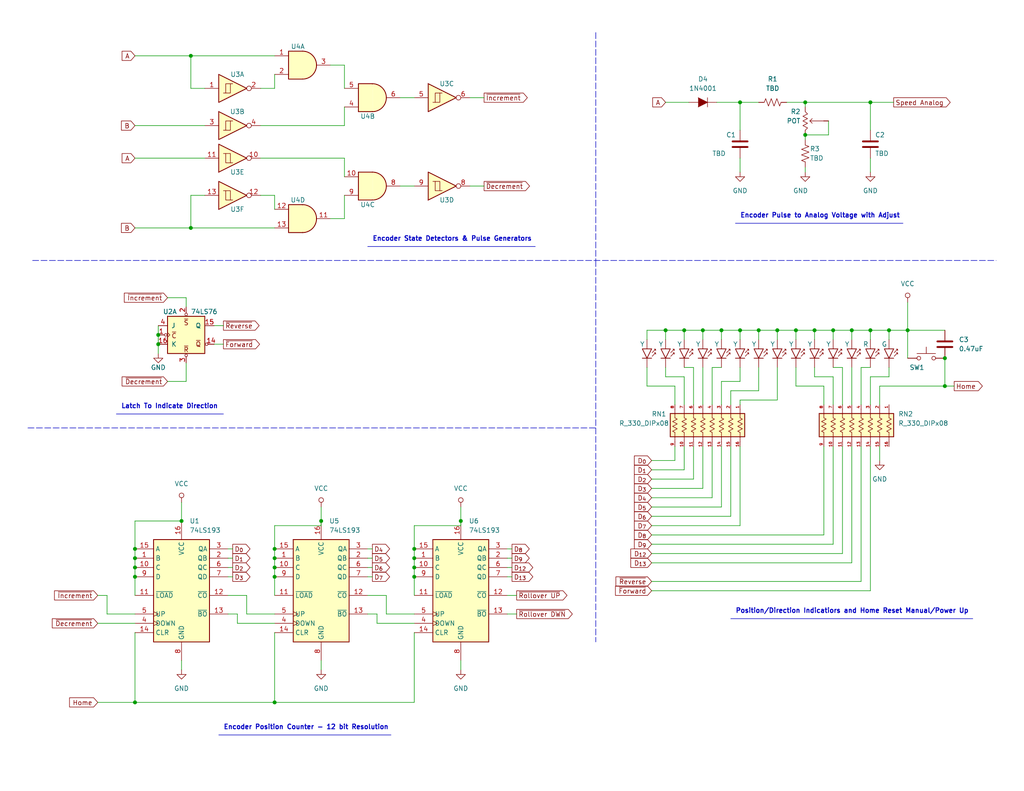
<source format=kicad_sch>
(kicad_sch (version 20230121) (generator eeschema)
  (paper "USLetter")
  (title_block (title "Motor Interface - Discrete Logic") (date "2024-05-22") (rev "1") (company "Idaho State University"))
  (lib_symbols
    (symbol "00TJR:LED" (pin_numbers hide) (pin_names (offset 1.016) hide)
      (property "Reference" "D" (at -1.6764 2.921 0))
      (property "Value" "LED" (at 2.6416 2.8956 0))
      (symbol "LED_0_1"
        (polyline (pts (xy 1.27 -1.27) (xy -1.27 -1.27)) (stroke (width 0.2032)))
        (polyline (pts (xy 1.27 1.27) (xy -1.27 1.27) (xy 0 -1.27) (xy 1.27 1.27)) (stroke (width 0.2032)))
        (polyline (pts (xy 1.397 0.2286) (xy 2.3622 1.1938) (xy 2.3622 0.7874) (xy 2.3622 1.1938) (xy 1.9812 1.1938)))
      )
      (symbol "LED_1_1"
        (polyline (pts (xy 1.397 -0.762) (xy 2.3622 0.2032) (xy 2.3622 -0.2032) (xy 2.3622 0.2032) (xy 1.9812 0.2032)))
        (pin passive line (at 0 -3.81 90) (length 2.54) (name "K") (number "1"))
        (pin passive line (at 0 3.81 270) (length 2.54) (name "A") (number "2"))
      )
    )
    (symbol "00TJR:R_Pack08_US" (pin_names (offset 0) hide)
      (property "Reference" "RN" (at -1.27 -11.43 0))
      (property "Value" "R_Pack08_US" (at -1.27 11.43 0))
      (symbol "R_Pack08_US_0_1"
        (polyline (pts (xy -3.81 -8.89) (xy -2.794 -8.89)))
        (polyline (pts (xy -3.81 -6.35) (xy -2.794 -6.35)))
        (polyline (pts (xy -3.81 -3.81) (xy -2.794 -3.81)))
        (polyline (pts (xy -3.81 -1.27) (xy -2.794 -1.27)))
        (polyline (pts (xy -3.81 1.27) (xy -2.794 1.27)))
        (polyline (pts (xy -3.81 3.81) (xy -2.794 3.81)))
        (polyline (pts (xy -3.81 6.35) (xy -2.794 6.35)))
        (polyline (pts (xy -3.81 8.89) (xy -2.794 8.89)))
        (polyline (pts (xy 1.2192 3.81) (xy 2.54 3.81)))
        (polyline (pts (xy 1.2192 6.35) (xy 2.54 6.35)))
        (polyline (pts (xy 1.2192 8.89) (xy 2.54 8.89)))
        (polyline (pts (xy 2.54 -8.89) (xy 1.2192 -8.89)))
        (polyline (pts (xy 2.54 -6.35) (xy 1.2192 -6.35)))
        (polyline (pts (xy 2.54 -3.81) (xy 1.2192 -3.81)))
        (polyline (pts (xy 2.54 -1.27) (xy 1.2192 -1.27)))
        (polyline (pts (xy 2.54 1.27) (xy 1.2192 1.27)))
        (polyline (pts (xy 3.81 -8.89) (xy 2.54 -8.89)))
        (polyline (pts (xy 3.81 -6.35) (xy 2.54 -6.35)))
        (polyline (pts (xy 3.81 -3.81) (xy 2.54 -3.81)))
        (polyline (pts (xy 3.81 -1.27) (xy 2.54 -1.27)))
        (polyline (pts (xy 3.81 1.27) (xy 2.54 1.27)))
        (polyline (pts (xy 3.81 3.81) (xy 2.54 3.81)))
        (polyline (pts (xy 3.81 6.35) (xy 2.54 6.35)))
        (polyline (pts (xy 3.81 8.89) (xy 2.54 8.89)))
        (polyline (pts (xy -2.7432 -8.89) (xy -2.413 -8.255) (xy -1.7526 -9.525) (xy -1.0922 -8.255) (xy -0.4318 -9.525) (xy 0.2286 -8.255) (xy 0.889 -9.525) (xy 1.2192 -8.89)))
        (polyline (pts (xy -2.7432 -6.35) (xy -2.413 -5.715) (xy -1.7526 -6.985) (xy -1.0922 -5.715) (xy -0.4318 -6.985) (xy 0.2286 -5.715) (xy 0.889 -6.985) (xy 1.2192 -6.35)))
        (polyline (pts (xy -2.7432 -3.81) (xy -2.413 -3.175) (xy -1.7526 -4.445) (xy -1.0922 -3.175) (xy -0.4318 -4.445) (xy 0.2286 -3.175) (xy 0.889 -4.445) (xy 1.2192 -3.81)))
        (polyline (pts (xy -2.7432 -1.27) (xy -2.413 -0.635) (xy -1.7526 -1.905) (xy -1.0922 -0.635) (xy -0.4318 -1.905) (xy 0.2286 -0.635) (xy 0.889 -1.905) (xy 1.2192 -1.27)))
        (polyline (pts (xy -2.7432 1.27) (xy -2.413 1.905) (xy -1.7526 0.635) (xy -1.0922 1.905) (xy -0.4318 0.635) (xy 0.2286 1.905) (xy 0.889 0.635) (xy 1.2192 1.27)))
        (polyline (pts (xy -2.7432 3.81) (xy -2.413 4.445) (xy -1.7526 3.175) (xy -1.0922 4.445) (xy -0.4318 3.175) (xy 0.2286 4.445) (xy 0.889 3.175) (xy 1.2192 3.81)))
        (polyline (pts (xy -2.7432 6.35) (xy -2.413 6.985) (xy -1.7526 5.715) (xy -1.0922 6.985) (xy -0.4318 5.715) (xy 0.2286 6.985) (xy 0.889 5.715) (xy 1.2192 6.35)))
        (polyline (pts (xy -2.7432 8.89) (xy -2.413 9.525) (xy -1.7526 8.255) (xy -1.0922 9.525) (xy -0.4318 8.255) (xy 0.2286 9.525) (xy 0.889 8.255) (xy 1.2192 8.89)))
        (rectangle (start 2.413 -10.16) (end -3.937 10.16) (stroke (width 0.254)) (fill (type background)))
      )
      (symbol "R_Pack08_US_1_1"
        (polyline (pts (xy -5.08 -8.89) (xy -3.7592 -8.89)))
        (polyline (pts (xy -5.08 -6.35) (xy -3.7592 -6.35)))
        (polyline (pts (xy -5.08 -3.81) (xy -3.7592 -3.81)))
        (polyline (pts (xy -5.08 -1.27) (xy -3.7592 -1.27)))
        (polyline (pts (xy -5.08 1.27) (xy -3.7592 1.27)))
        (polyline (pts (xy -3.7592 3.81) (xy -5.08 3.81)))
        (polyline (pts (xy -3.7592 6.35) (xy -5.08 6.35)))
        (polyline (pts (xy -3.7592 8.89) (xy -5.08 8.89)))
        (pin passive line (at -6.35 8.89 0) (length 1.27) (name "1") (number "1"))
        (pin passive line (at 5.08 -6.35 180) (length 1.27) (name "10") (number "10"))
        (pin passive line (at 5.08 -3.81 180) (length 1.27) (name "11") (number "11"))
        (pin passive line (at 5.08 -1.27 180) (length 1.27) (name "12") (number "12"))
        (pin passive line (at 5.08 1.27 180) (length 1.27) (name "13") (number "13"))
        (pin passive line (at 5.08 3.81 180) (length 1.27) (name "14") (number "14"))
        (pin passive line (at 5.08 6.35 180) (length 1.27) (name "15") (number "15"))
        (pin passive line (at 5.08 8.89 180) (length 1.27) (name "16") (number "16"))
        (pin passive line (at -6.35 6.35 0) (length 1.27) (name "2") (number "2"))
        (pin passive line (at -6.35 3.81 0) (length 1.27) (name "3") (number "3"))
        (pin passive line (at -6.35 1.27 0) (length 1.27) (name "4") (number "4"))
        (pin passive line (at -6.35 -1.27 0) (length 1.27) (name "5") (number "5"))
        (pin passive line (at -6.35 -3.81 0) (length 1.27) (name "6") (number "6"))
        (pin passive line (at -6.35 -6.35 0) (length 1.27) (name "7") (number "7"))
        (pin passive line (at -6.35 -8.89 0) (length 1.27) (name "8") (number "8"))
        (pin passive line (at 5.08 -8.89 180) (length 1.27) (name "9") (number "9"))
      )
    )
    (symbol "BJT-Amps-cache:power_VCC" (power) (pin_names (offset 0))
      (property "Value" "power_VCC" (at 0 3.81 0))
      (symbol "power_VCC_0_1"
        (polyline (pts (xy 0 0) (xy 0 1.27)))
        (circle (center 0 1.905) (radius 0.635))
      )
      (symbol "power_VCC_1_1"
        (pin power_in line (at 0 0 90) (length 0) hide (name "VCC") (number "1"))
      )
    )
    (symbol "Counters-cache:74xx_74LS76" (pin_names (offset 1.016))
      (property "Reference" "U" (at -4.572 6.096 0))
      (property "Value" "74xx_74LS76" (at 3.81 6.096 0))
      (symbol "74xx_74LS76_1_0"
        (pin input line (at -7.62 0 0) (length 1.651) (name "~") (number "1"))
        (pin output line (at 7.62 -2.54 180) (length 1.651) (name "~") (number "14"))
        (pin output line (at 7.62 2.54 180) (length 2.54) (name "Q") (number "15"))
        (pin input line (at -7.62 -2.54 0) (length 2.54) (name "K") (number "16"))
        (pin input line (at 0 7.62 270) (length 1.651) (name "~") (number "2"))
        (pin input line (at 0 -7.62 90) (length 1.651) (name "~") (number "3"))
        (pin input line (at -7.62 2.54 0) (length 2.54) (name "J") (number "4"))
      )
      (symbol "74xx_74LS76_1_1"
        (circle (center -5.588 0) (radius 0.3556))
        (rectangle (start -5.08 5.08) (end 5.08 -5.08) (stroke (width 0.254)) (fill (type background)))
        (circle (center 0 -5.588) (radius 0.3556))
        (polyline (pts (xy -5.08 0.635) (xy -4.445 0) (xy -5.08 -0.635)))
        (circle (center 0 5.588) (radius 0.3556))
        (circle (center 5.588 -2.54) (radius 0.3556))
        (text "~{C}" (at -3.302 -0.254 0) (effects (font (size 1.27 1.27))))
        (text "~{Q}" (at 3.302 -2.54 0) (effects (font (size 1.27 1.27))))
        (text "~{R}" (at 0 -4.064 0) (effects (font (size 1.27 1.27))))
        (text "~{S}" (at 0 3.302 0) (effects (font (size 1.27 1.27))))
      )
      (symbol "74xx_74LS76_2_1"
        (circle (center -5.588 0) (radius 0.3556))
        (rectangle (start -5.08 5.08) (end 5.08 -5.08) (stroke (width 0.254)) (fill (type background)))
        (circle (center 0 -5.588) (radius 0.3556))
        (polyline (pts (xy -5.08 0.635) (xy -4.445 0) (xy -5.08 -0.635)))
        (circle (center 0 5.588) (radius 0.3556))
        (circle (center 5.588 -2.54) (radius 0.3556))
        (text "~{C}" (at -3.302 -0.254 0) (effects (font (size 1.27 1.27))))
        (text "~{Q}" (at 3.302 -2.54 0) (effects (font (size 1.27 1.27))))
        (text "~{R}" (at 0 -4.064 0) (effects (font (size 1.27 1.27))))
        (text "~{S}" (at 0 3.302 0) (effects (font (size 1.27 1.27))))
        (pin output line (at 7.62 -2.54 180) (length 1.651) (name "~") (number "10"))
        (pin output line (at 7.62 2.54 180) (length 2.54) (name "Q") (number "11"))
        (pin input line (at -7.62 -2.54 0) (length 2.54) (name "K") (number "12"))
        (pin input line (at -7.62 0 0) (length 1.651) (name "~") (number "6"))
        (pin input line (at 0 7.62 270) (length 1.651) (name "~") (number "7"))
        (pin input line (at 0 -7.62 90) (length 1.651) (name "~") (number "8"))
        (pin input line (at -7.62 2.54 0) (length 2.54) (name "J") (number "9"))
      )
    )
    (symbol "F2018-cache:C" (pin_numbers hide) (pin_names (offset 0.254))
      (property "Reference" "C" (at 0.635 2.54 0))
      (property "Value" "C" (at 0.635 -2.54 0))
      (symbol "C_0_1"
        (polyline (pts (xy -2.032 -0.762) (xy 2.032 -0.762)) (stroke (width 0.508)))
        (polyline (pts (xy -2.032 0.762) (xy 2.032 0.762)) (stroke (width 0.508)))
      )
      (symbol "C_1_1"
        (pin passive line (at 0 3.81 270) (length 2.794) (name "~") (number "1"))
        (pin passive line (at 0 -3.81 90) (length 2.794) (name "~") (number "2"))
      )
    )
    (symbol "F2018-cache:D" (pin_numbers hide) (pin_names (offset 1.016) hide)
      (property "Reference" "D" (at 0 2.54 0))
      (property "Value" "D" (at 0 -2.54 0))
      (symbol "D_0_1"
        (polyline (pts (xy -1.27 1.27) (xy -1.27 -1.27)) (stroke (width 0.1524)))
        (polyline (pts (xy 1.27 1.27) (xy -1.27 0) (xy 1.27 -1.27)) (fill (type outline)))
      )
      (symbol "D_1_1"
        (pin passive line (at -3.81 0 0) (length 2.54) (name "K") (number "1"))
        (pin passive line (at 3.81 0 180) (length 2.54) (name "A") (number "2"))
      )
    )
    (symbol "F2018-cache:GND" (power) (pin_names (offset 0))
      (property "Value" "GND" (at 0 -3.81 0))
      (symbol "GND_0_1"
        (polyline (pts (xy 0 0) (xy 0 -1.27) (xy 1.27 -1.27) (xy 0 -2.54) (xy -1.27 -1.27) (xy 0 -1.27)))
      )
      (symbol "GND_1_1"
        (pin power_in line (at 0 0 270) (length 0) hide (name "GND") (number "1"))
      )
    )
    (symbol "F2018-cache:POT" (pin_numbers hide) (pin_names (offset 0))
      (property "Reference" "R" (at 2.54 -1.905 0))
      (property "Value" "POT" (at 2.54 2.54 0))
      (symbol "POT_0_1"
        (polyline (pts (xy 1.27 0) (xy 1.905 -0.635)))
        (polyline (pts (xy 1.27 0) (xy 1.905 0.635)))
        (polyline (pts (xy 5.08 0) (xy 1.27 0)))
        (polyline (pts (xy 0 2.54) (xy 0.635 1.905) (xy -0.635 1.27) (xy 0.635 0.635) (xy -0.635 0) (xy 0.635 -0.635) (xy -0.635 -1.27) (xy 0.635 -1.905) (xy 0 -2.54)))
      )
      (symbol "POT_1_1"
        (pin passive line (at 0 3.81 270) (length 1.27) (name "~") (number "1"))
        (pin passive line (at 0 -3.81 90) (length 1.27) (name "~") (number "2"))
        (pin passive line (at 6.35 0 180) (length 1.27) (name "~") (number "~"))
      )
    )
    (symbol "S2020-cache:74LS193"
      (property "Reference" "U" (at -7.62 13.97 0))
      (property "Value" "74LS193" (at 5.08 13.97 0))
      (symbol "74LS193_1_0"
        (pin input line (at -12.7 7.62 0) (length 5.08) (name "B") (number "1"))
        (pin input line (at -12.7 5.08 0) (length 5.08) (name "C") (number "10"))
        (pin input line (at -12.7 -2.54 0) (length 5.08) (name "~{LOAD}") (number "11"))
        (pin output line (at 12.7 -2.54 180) (length 5.08) (name "~{CO}") (number "12"))
        (pin output line (at 12.7 -7.62 180) (length 5.08) (name "~{BO}") (number "13"))
        (pin input line (at -12.7 -12.7 0) (length 5.08) (name "CLR") (number "14"))
        (pin input line (at -12.7 10.16 0) (length 5.08) (name "A") (number "15"))
        (pin power_in line (at 0 17.78 270) (length 5.08) (name "VCC") (number "16"))
        (pin output line (at 12.7 7.62 180) (length 5.08) (name "QB") (number "2"))
        (pin output line (at 12.7 10.16 180) (length 5.08) (name "QA") (number "3"))
        (pin input clock (at -12.7 -10.16 0) (length 5.08) (name "DOWN") (number "4"))
        (pin input clock (at -12.7 -7.62 0) (length 5.08) (name "UP") (number "5"))
        (pin output line (at 12.7 5.08 180) (length 5.08) (name "QC") (number "6"))
        (pin output line (at 12.7 2.54 180) (length 5.08) (name "QD") (number "7"))
        (pin power_in line (at 0 -20.32 90) (length 5.08) (name "GND") (number "8"))
        (pin input line (at -12.7 2.54 0) (length 5.08) (name "D") (number "9"))
      )
      (symbol "74LS193_1_1"
        (rectangle (start -7.62 12.7) (end 7.62 -15.24) (stroke (width 0.254)) (fill (type background)))
      )
    )
    (symbol "S2020-cache:74xx_74LS14" (pin_names (offset 1.016))
      (property "Reference" "U" (at 0 1.27 0))
      (property "Value" "74xx_74LS14" (at 0 -1.27 0))
      (symbol "74xx_74LS14_1_0"
        (polyline (pts (xy -3.81 3.81) (xy -3.81 -3.81) (xy 3.81 0) (xy -3.81 3.81)) (stroke (width 0.254)) (fill (type background)))
        (pin input line (at -7.62 0 0) (length 3.81) (name "~") (number "1"))
        (pin output inverted (at 7.62 0 180) (length 3.81) (name "~") (number "2"))
      )
      (symbol "74xx_74LS14_1_1"
        (polyline (pts (xy -1.905 -1.27) (xy -1.905 1.27) (xy -0.635 1.27)))
        (polyline (pts (xy -2.54 -1.27) (xy -0.635 -1.27) (xy -0.635 1.27) (xy 0 1.27)))
      )
      (symbol "74xx_74LS14_2_0"
        (polyline (pts (xy -3.81 3.81) (xy -3.81 -3.81) (xy 3.81 0) (xy -3.81 3.81)) (stroke (width 0.254)) (fill (type background)))
        (pin input line (at -7.62 0 0) (length 3.81) (name "~") (number "3"))
        (pin output inverted (at 7.62 0 180) (length 3.81) (name "~") (number "4"))
      )
      (symbol "74xx_74LS14_2_1"
        (polyline (pts (xy -1.905 -1.27) (xy -1.905 1.27) (xy -0.635 1.27)))
        (polyline (pts (xy -2.54 -1.27) (xy -0.635 -1.27) (xy -0.635 1.27) (xy 0 1.27)))
      )
      (symbol "74xx_74LS14_3_0"
        (polyline (pts (xy -3.81 3.81) (xy -3.81 -3.81) (xy 3.81 0) (xy -3.81 3.81)) (stroke (width 0.254)) (fill (type background)))
        (pin input line (at -7.62 0 0) (length 3.81) (name "~") (number "5"))
        (pin output inverted (at 7.62 0 180) (length 3.81) (name "~") (number "6"))
      )
      (symbol "74xx_74LS14_3_1"
        (polyline (pts (xy -1.905 -1.27) (xy -1.905 1.27) (xy -0.635 1.27)))
        (polyline (pts (xy -2.54 -1.27) (xy -0.635 -1.27) (xy -0.635 1.27) (xy 0 1.27)))
      )
      (symbol "74xx_74LS14_4_0"
        (polyline (pts (xy -3.81 3.81) (xy -3.81 -3.81) (xy 3.81 0) (xy -3.81 3.81)) (stroke (width 0.254)) (fill (type background)))
        (pin output inverted (at 7.62 0 180) (length 3.81) (name "~") (number "8"))
        (pin input line (at -7.62 0 0) (length 3.81) (name "~") (number "9"))
      )
      (symbol "74xx_74LS14_4_1"
        (polyline (pts (xy -1.905 -1.27) (xy -1.905 1.27) (xy -0.635 1.27)))
        (polyline (pts (xy -2.54 -1.27) (xy -0.635 -1.27) (xy -0.635 1.27) (xy 0 1.27)))
      )
      (symbol "74xx_74LS14_5_0"
        (polyline (pts (xy -3.81 3.81) (xy -3.81 -3.81) (xy 3.81 0) (xy -3.81 3.81)) (stroke (width 0.254)) (fill (type background)))
        (pin output inverted (at 7.62 0 180) (length 3.81) (name "~") (number "10"))
        (pin input line (at -7.62 0 0) (length 3.81) (name "~") (number "11"))
      )
      (symbol "74xx_74LS14_5_1"
        (polyline (pts (xy -1.905 -1.27) (xy -1.905 1.27) (xy -0.635 1.27)))
        (polyline (pts (xy -2.54 -1.27) (xy -0.635 -1.27) (xy -0.635 1.27) (xy 0 1.27)))
      )
      (symbol "74xx_74LS14_6_0"
        (polyline (pts (xy -3.81 3.81) (xy -3.81 -3.81) (xy 3.81 0) (xy -3.81 3.81)) (stroke (width 0.254)) (fill (type background)))
        (pin output inverted (at 7.62 0 180) (length 3.81) (name "~") (number "12"))
        (pin input line (at -7.62 0 0) (length 3.81) (name "~") (number "13"))
      )
      (symbol "74xx_74LS14_6_1"
        (polyline (pts (xy -1.905 -1.27) (xy -1.905 1.27) (xy -0.635 1.27)))
        (polyline (pts (xy -2.54 -1.27) (xy -0.635 -1.27) (xy -0.635 1.27) (xy 0 1.27)))
      )
      (symbol "74xx_74LS14_7_0"
        (pin power_in line (at 0 12.7 270) (length 5.08) (name "VCC") (number "14"))
        (pin power_in line (at 0 -12.7 90) (length 5.08) (name "GND") (number "7"))
      )
      (symbol "74xx_74LS14_7_1"
        (rectangle (start -5.08 7.62) (end 5.08 -7.62) (stroke (width 0.254)) (fill (type background)))
      )
    )
    (symbol "S2020-cache:Device_R_US" (pin_numbers hide) (pin_names (offset 0))
      (property "Reference" "R" (at 2.54 0 90))
      (property "Value" "Device_R_US" (at -2.54 0 90))
      (symbol "Device_R_US_0_1"
        (polyline (pts (xy 0 -2.286) (xy 0 -2.54)))
        (polyline (pts (xy 0 2.286) (xy 0 2.54)))
        (polyline (pts (xy 0 -0.762) (xy 1.016 -1.143) (xy 0 -1.524) (xy -1.016 -1.905) (xy 0 -2.286)))
        (polyline (pts (xy 0 0.762) (xy 1.016 0.381) (xy 0 0) (xy -1.016 -0.381) (xy 0 -0.762)))
        (polyline (pts (xy 0 2.286) (xy 1.016 1.905) (xy 0 1.524) (xy -1.016 1.143) (xy 0 0.762)))
      )
      (symbol "Device_R_US_1_1"
        (pin passive line (at 0 3.81 270) (length 1.27) (name "~") (number "1"))
        (pin passive line (at 0 -3.81 90) (length 1.27) (name "~") (number "2"))
      )
    )
    (symbol "S2020-cache:Switch_SW_Push" (pin_numbers hide) (pin_names (offset 1.016) hide)
      (property "Reference" "SW" (at 1.27 2.54 0))
      (property "Value" "Switch_SW_Push" (at 0 -1.524 0))
      (symbol "Switch_SW_Push_0_1"
        (circle (center -2.032 0) (radius 0.508))
        (polyline (pts (xy 0 1.27) (xy 0 3.048)))
        (polyline (pts (xy 2.54 1.27) (xy -2.54 1.27)))
        (circle (center 2.032 0) (radius 0.508))
        (pin passive line (at -5.08 0 0) (length 2.54) (name "1") (number "1"))
        (pin passive line (at 5.08 0 180) (length 2.54) (name "2") (number "2"))
      )
    )
    (symbol "TFlipFlop-cache:74xx_74LS08" (pin_names (offset 1.016))
      (property "Reference" "U" (at 0 1.27 0))
      (property "Value" "74xx_74LS08" (at 0 -1.27 0))
      (symbol "74xx_74LS08_1_1"
        (arc (start 0 -3.81) (mid 3.7934 0) (end 0 3.81) (stroke (width 0.254)) (fill (type background)))
        (polyline (pts (xy 0 3.81) (xy -3.81 3.81) (xy -3.81 -3.81) (xy 0 -3.81)) (stroke (width 0.254)) (fill (type background)))
        (pin input line (at -7.62 2.54 0) (length 3.81) (name "~") (number "1"))
        (pin input line (at -7.62 -2.54 0) (length 3.81) (name "~") (number "2"))
        (pin output line (at 7.62 0 180) (length 3.81) (name "~") (number "3"))
      )
      (symbol "74xx_74LS08_1_2"
        (arc (start -3.81 -3.81) (mid -2.589 0) (end -3.81 3.81) (stroke (width 0.254)))
        (arc (start -0.6096 -3.81) (mid 2.1842 -2.5851) (end 3.81 0) (stroke (width 0.254)) (fill (type background)))
        (polyline (pts (xy -3.81 -3.81) (xy -0.635 -3.81)) (stroke (width 0.254)) (fill (type background)))
        (polyline (pts (xy -3.81 3.81) (xy -0.635 3.81)) (stroke (width 0.254)) (fill (type background)))
        (polyline (pts (xy -0.635 3.81) (xy -3.81 3.81) (xy -3.81 3.81) (xy -3.556 3.4036) (xy -3.0226 2.2606) (xy -2.6924 1.0414) (xy -2.6162 -0.254) (xy -2.7686 -1.4986) (xy -3.175 -2.7178) (xy -3.81 -3.81) (xy -3.81 -3.81) (xy -0.635 -3.81)) (stroke (width -25.4)) (fill (type background)))
        (arc (start 3.81 0) (mid 2.1915 2.5936) (end -0.6096 3.81) (stroke (width 0.254)) (fill (type background)))
        (pin input inverted (at -7.62 2.54 0) (length 4.318) (name "~") (number "1"))
        (pin input inverted (at -7.62 -2.54 0) (length 4.318) (name "~") (number "2"))
        (pin output inverted (at 7.62 0 180) (length 3.81) (name "~") (number "3"))
      )
      (symbol "74xx_74LS08_2_1"
        (arc (start 0 -3.81) (mid 3.7934 0) (end 0 3.81) (stroke (width 0.254)) (fill (type background)))
        (polyline (pts (xy 0 3.81) (xy -3.81 3.81) (xy -3.81 -3.81) (xy 0 -3.81)) (stroke (width 0.254)) (fill (type background)))
        (pin input line (at -7.62 2.54 0) (length 3.81) (name "~") (number "4"))
        (pin input line (at -7.62 -2.54 0) (length 3.81) (name "~") (number "5"))
        (pin output line (at 7.62 0 180) (length 3.81) (name "~") (number "6"))
      )
      (symbol "74xx_74LS08_2_2"
        (arc (start -3.81 -3.81) (mid -2.589 0) (end -3.81 3.81) (stroke (width 0.254)))
        (arc (start -0.6096 -3.81) (mid 2.1842 -2.5851) (end 3.81 0) (stroke (width 0.254)) (fill (type background)))
        (polyline (pts (xy -3.81 -3.81) (xy -0.635 -3.81)) (stroke (width 0.254)) (fill (type background)))
        (polyline (pts (xy -3.81 3.81) (xy -0.635 3.81)) (stroke (width 0.254)) (fill (type background)))
        (polyline (pts (xy -0.635 3.81) (xy -3.81 3.81) (xy -3.81 3.81) (xy -3.556 3.4036) (xy -3.0226 2.2606) (xy -2.6924 1.0414) (xy -2.6162 -0.254) (xy -2.7686 -1.4986) (xy -3.175 -2.7178) (xy -3.81 -3.81) (xy -3.81 -3.81) (xy -0.635 -3.81)) (stroke (width -25.4)) (fill (type background)))
        (arc (start 3.81 0) (mid 2.1915 2.5936) (end -0.6096 3.81) (stroke (width 0.254)) (fill (type background)))
        (pin input inverted (at -7.62 2.54 0) (length 4.318) (name "~") (number "4"))
        (pin input inverted (at -7.62 -2.54 0) (length 4.318) (name "~") (number "5"))
        (pin output inverted (at 7.62 0 180) (length 3.81) (name "~") (number "6"))
      )
      (symbol "74xx_74LS08_3_1"
        (arc (start 0 -3.81) (mid 3.7934 0) (end 0 3.81) (stroke (width 0.254)) (fill (type background)))
        (polyline (pts (xy 0 3.81) (xy -3.81 3.81) (xy -3.81 -3.81) (xy 0 -3.81)) (stroke (width 0.254)) (fill (type background)))
        (pin input line (at -7.62 -2.54 0) (length 3.81) (name "~") (number "10"))
        (pin output line (at 7.62 0 180) (length 3.81) (name "~") (number "8"))
        (pin input line (at -7.62 2.54 0) (length 3.81) (name "~") (number "9"))
      )
      (symbol "74xx_74LS08_3_2"
        (arc (start -3.81 -3.81) (mid -2.589 0) (end -3.81 3.81) (stroke (width 0.254)))
        (arc (start -0.6096 -3.81) (mid 2.1842 -2.5851) (end 3.81 0) (stroke (width 0.254)) (fill (type background)))
        (polyline (pts (xy -3.81 -3.81) (xy -0.635 -3.81)) (stroke (width 0.254)) (fill (type background)))
        (polyline (pts (xy -3.81 3.81) (xy -0.635 3.81)) (stroke (width 0.254)) (fill (type background)))
        (polyline (pts (xy -0.635 3.81) (xy -3.81 3.81) (xy -3.81 3.81) (xy -3.556 3.4036) (xy -3.0226 2.2606) (xy -2.6924 1.0414) (xy -2.6162 -0.254) (xy -2.7686 -1.4986) (xy -3.175 -2.7178) (xy -3.81 -3.81) (xy -3.81 -3.81) (xy -0.635 -3.81)) (stroke (width -25.4)) (fill (type background)))
        (arc (start 3.81 0) (mid 2.1915 2.5936) (end -0.6096 3.81) (stroke (width 0.254)) (fill (type background)))
        (pin input inverted (at -7.62 -2.54 0) (length 4.318) (name "~") (number "10"))
        (pin output inverted (at 7.62 0 180) (length 3.81) (name "~") (number "8"))
        (pin input inverted (at -7.62 2.54 0) (length 4.318) (name "~") (number "9"))
      )
      (symbol "74xx_74LS08_4_1"
        (arc (start 0 -3.81) (mid 3.7934 0) (end 0 3.81) (stroke (width 0.254)) (fill (type background)))
        (polyline (pts (xy 0 3.81) (xy -3.81 3.81) (xy -3.81 -3.81) (xy 0 -3.81)) (stroke (width 0.254)) (fill (type background)))
        (pin output line (at 7.62 0 180) (length 3.81) (name "~") (number "11"))
        (pin input line (at -7.62 2.54 0) (length 3.81) (name "~") (number "12"))
        (pin input line (at -7.62 -2.54 0) (length 3.81) (name "~") (number "13"))
      )
      (symbol "74xx_74LS08_4_2"
        (arc (start -3.81 -3.81) (mid -2.589 0) (end -3.81 3.81) (stroke (width 0.254)))
        (arc (start -0.6096 -3.81) (mid 2.1842 -2.5851) (end 3.81 0) (stroke (width 0.254)) (fill (type background)))
        (polyline (pts (xy -3.81 -3.81) (xy -0.635 -3.81)) (stroke (width 0.254)) (fill (type background)))
        (polyline (pts (xy -3.81 3.81) (xy -0.635 3.81)) (stroke (width 0.254)) (fill (type background)))
        (polyline (pts (xy -0.635 3.81) (xy -3.81 3.81) (xy -3.81 3.81) (xy -3.556 3.4036) (xy -3.0226 2.2606) (xy -2.6924 1.0414) (xy -2.6162 -0.254) (xy -2.7686 -1.4986) (xy -3.175 -2.7178) (xy -3.81 -3.81) (xy -3.81 -3.81) (xy -0.635 -3.81)) (stroke (width -25.4)) (fill (type background)))
        (arc (start 3.81 0) (mid 2.1915 2.5936) (end -0.6096 3.81) (stroke (width 0.254)) (fill (type background)))
        (pin output inverted (at 7.62 0 180) (length 3.81) (name "~") (number "11"))
        (pin input inverted (at -7.62 2.54 0) (length 4.318) (name "~") (number "12"))
        (pin input inverted (at -7.62 -2.54 0) (length 4.318) (name "~") (number "13"))
      )
      (symbol "74xx_74LS08_5_0"
        (pin power_in line (at 0 12.7 270) (length 5.08) (name "VCC") (number "14"))
        (pin power_in line (at 0 -12.7 90) (length 5.08) (name "GND") (number "7"))
      )
      (symbol "74xx_74LS08_5_1"
        (rectangle (start -5.08 7.62) (end 5.08 -7.62) (stroke (width 0.254)) (fill (type background)))
      )
    )
  )
  (junction (at 222.25 90.17))
  (junction (at 257.81 97.79))
  (junction (at 36.83 152.4))
  (junction (at 113.03 157.48))
  (junction (at 237.49 27.94))
  (junction (at 201.93 90.17))
  (junction (at 191.77 90.17))
  (junction (at 125.73 142.24))
  (junction (at 212.09 90.17))
  (junction (at 43.18 93.98))
  (junction (at 36.83 149.86))
  (junction (at 52.07 15.24))
  (junction (at 201.93 27.94))
  (junction (at 207.01 90.17))
  (junction (at 113.03 152.4))
  (junction (at 217.17 90.17))
  (junction (at 219.71 36.83))
  (junction (at 257.81 105.41))
  (junction (at 87.63 142.24))
  (junction (at 247.65 90.17))
  (junction (at 36.83 157.48))
  (junction (at 74.93 154.94))
  (junction (at 242.57 90.17))
  (junction (at 227.33 90.17))
  (junction (at 74.93 149.86))
  (junction (at 186.69 90.17))
  (junction (at 113.03 154.94))
  (junction (at 74.93 191.77))
  (junction (at 36.83 191.77))
  (junction (at 237.49 90.17))
  (junction (at 196.85 90.17))
  (junction (at 232.41 90.17))
  (junction (at 74.93 157.48))
  (junction (at 49.53 142.24))
  (junction (at 74.93 152.4))
  (junction (at 43.18 91.44))
  (junction (at 52.07 62.23))
  (junction (at 181.61 90.17))
  (junction (at 113.03 149.86))
  (junction (at 36.83 154.94))
  (junction (at 219.71 27.94))
  (wire (pts (xy 207.01 100.33) (xy 207.01 106.68)))
  (polyline (pts (xy 199.39 168.91) (xy 265.43 168.91)))
  (wire (pts (xy 36.83 149.86) (xy 36.83 142.24)))
  (wire (pts (xy 71.12 24.13) (xy 74.93 24.13)))
  (wire (pts (xy 222.25 90.17) (xy 227.33 90.17)))
  (polyline (pts (xy 162.56 8.89) (xy 162.56 71.12)) (stroke (width 0) (type dash)))
  (wire (pts (xy 26.67 191.77) (xy 36.83 191.77)))
  (wire (pts (xy 247.65 90.17) (xy 247.65 97.79)))
  (wire (pts (xy 232.41 90.17) (xy 237.49 90.17)))
  (wire (pts (xy 49.53 137.16) (xy 49.53 142.24)))
  (wire (pts (xy 62.23 149.86) (xy 63.5 149.86)))
  (wire (pts (xy 201.93 90.17) (xy 207.01 90.17)))
  (wire (pts (xy 177.8 151.13) (xy 229.87 151.13)))
  (wire (pts (xy 207.01 90.17) (xy 212.09 90.17)))
  (wire (pts (xy 234.95 121.92) (xy 234.95 158.75)))
  (polyline (pts (xy 200.66 60.96) (xy 246.38 60.96)))
  (wire (pts (xy 140.97 162.56) (xy 138.43 162.56)))
  (wire (pts (xy 62.23 152.4) (xy 63.5 152.4)))
  (wire (pts (xy 177.8 153.67) (xy 232.41 153.67)))
  (wire (pts (xy 93.98 59.69) (xy 93.98 53.34)))
  (wire (pts (xy 36.83 154.94) (xy 36.83 152.4)))
  (polyline (pts (xy 59.69 200.66) (xy 106.68 200.66)))
  (wire (pts (xy 237.49 100.33) (xy 234.95 100.33)))
  (wire (pts (xy 207.01 106.68) (xy 199.39 106.68)))
  (wire (pts (xy 219.71 36.83) (xy 219.71 38.1)))
  (wire (pts (xy 74.93 24.13) (xy 74.93 20.32)))
  (wire (pts (xy 242.57 102.87) (xy 237.49 102.87)))
  (wire (pts (xy 87.63 142.24) (xy 87.63 143.51)))
  (wire (pts (xy 71.12 34.29) (xy 93.98 34.29)))
  (wire (pts (xy 242.57 100.33) (xy 242.57 102.87)))
  (wire (pts (xy 237.49 90.17) (xy 237.49 92.71)))
  (wire (pts (xy 138.43 157.48) (xy 139.7 157.48)))
  (wire (pts (xy 50.8 81.28) (xy 50.8 83.82)))
  (wire (pts (xy 176.53 90.17) (xy 181.61 90.17)))
  (wire (pts (xy 222.25 90.17) (xy 222.25 92.71)))
  (wire (pts (xy 138.43 152.4) (xy 139.7 152.4)))
  (wire (pts (xy 71.12 53.34) (xy 74.93 53.34)))
  (polyline (pts (xy 100.33 67.31) (xy 146.05 67.31)))
  (wire (pts (xy 227.33 100.33) (xy 229.87 100.33)))
  (wire (pts (xy 26.67 170.18) (xy 36.83 170.18)))
  (wire (pts (xy 181.61 100.33) (xy 181.61 102.87)))
  (wire (pts (xy 237.49 43.18) (xy 237.49 46.99)))
  (wire (pts (xy 181.61 27.94) (xy 187.96 27.94)))
  (polyline (pts (xy 162.56 71.12) (xy 162.56 175.26)) (stroke (width 0) (type dash)))
  (wire (pts (xy 45.72 104.14) (xy 50.8 104.14)))
  (wire (pts (xy 186.69 90.17) (xy 186.69 92.71)))
  (wire (pts (xy 212.09 109.22) (xy 201.93 109.22)))
  (wire (pts (xy 227.33 90.17) (xy 232.41 90.17)))
  (wire (pts (xy 237.49 102.87) (xy 237.49 110.49)))
  (wire (pts (xy 196.85 90.17) (xy 201.93 90.17)))
  (wire (pts (xy 196.85 90.17) (xy 196.85 92.71)))
  (wire (pts (xy 67.31 162.56) (xy 62.23 162.56)))
  (wire (pts (xy 74.93 152.4) (xy 74.93 154.94)))
  (polyline (pts (xy 7.62 116.84) (xy 162.56 116.84)) (stroke (width 0) (type dash)))
  (wire (pts (xy 196.85 138.43) (xy 196.85 121.92)))
  (wire (pts (xy 219.71 27.94) (xy 237.49 27.94)))
  (wire (pts (xy 87.63 138.43) (xy 87.63 142.24)))
  (wire (pts (xy 125.73 180.34) (xy 125.73 182.88)))
  (wire (pts (xy 240.03 105.41) (xy 240.03 110.49)))
  (wire (pts (xy 113.03 157.48) (xy 113.03 162.56)))
  (wire (pts (xy 100.33 149.86) (xy 101.6 149.86)))
  (wire (pts (xy 52.07 15.24) (xy 74.93 15.24)))
  (wire (pts (xy 229.87 100.33) (xy 229.87 110.49)))
  (wire (pts (xy 222.25 102.87) (xy 227.33 102.87)))
  (wire (pts (xy 36.83 142.24) (xy 49.53 142.24)))
  (wire (pts (xy 242.57 90.17) (xy 242.57 92.71)))
  (wire (pts (xy 74.93 53.34) (xy 74.93 57.15)))
  (wire (pts (xy 29.21 162.56) (xy 29.21 167.64)))
  (wire (pts (xy 74.93 172.72) (xy 74.93 191.77)))
  (wire (pts (xy 36.83 162.56) (xy 36.83 157.48)))
  (wire (pts (xy 93.98 34.29) (xy 93.98 29.21)))
  (wire (pts (xy 212.09 90.17) (xy 212.09 92.71)))
  (wire (pts (xy 177.8 140.97) (xy 199.39 140.97)))
  (wire (pts (xy 217.17 105.41) (xy 224.79 105.41)))
  (wire (pts (xy 100.33 154.94) (xy 101.6 154.94)))
  (wire (pts (xy 102.87 167.64) (xy 100.33 167.64)))
  (wire (pts (xy 217.17 90.17) (xy 217.17 92.71)))
  (wire (pts (xy 237.49 27.94) (xy 243.84 27.94)))
  (wire (pts (xy 36.83 34.29) (xy 55.88 34.29)))
  (wire (pts (xy 62.23 154.94) (xy 63.5 154.94)))
  (wire (pts (xy 237.49 161.29) (xy 177.8 161.29)))
  (wire (pts (xy 229.87 151.13) (xy 229.87 121.92)))
  (wire (pts (xy 52.07 62.23) (xy 74.93 62.23)))
  (wire (pts (xy 176.53 100.33) (xy 176.53 105.41)))
  (wire (pts (xy 177.8 130.81) (xy 189.23 130.81)))
  (wire (pts (xy 64.77 167.64) (xy 62.23 167.64)))
  (wire (pts (xy 234.95 100.33) (xy 234.95 110.49)))
  (wire (pts (xy 240.03 121.92) (xy 240.03 125.73)))
  (wire (pts (xy 128.27 26.67) (xy 132.08 26.67)))
  (wire (pts (xy 36.83 152.4) (xy 36.83 149.86)))
  (wire (pts (xy 102.87 170.18) (xy 113.03 170.18)))
  (wire (pts (xy 58.42 93.98) (xy 60.96 93.98)))
  (wire (pts (xy 226.06 33.02) (xy 226.06 36.83)))
  (wire (pts (xy 105.41 167.64) (xy 113.03 167.64)))
  (wire (pts (xy 45.72 81.28) (xy 50.8 81.28)))
  (wire (pts (xy 113.03 172.72) (xy 113.03 191.77)))
  (wire (pts (xy 90.17 59.69) (xy 93.98 59.69)))
  (wire (pts (xy 191.77 90.17) (xy 191.77 92.71)))
  (wire (pts (xy 196.85 100.33) (xy 194.31 100.33)))
  (wire (pts (xy 50.8 99.06) (xy 50.8 104.14)))
  (wire (pts (xy 113.03 143.51) (xy 125.73 143.51)))
  (wire (pts (xy 191.77 133.35) (xy 191.77 121.92)))
  (wire (pts (xy 199.39 140.97) (xy 199.39 121.92)))
  (wire (pts (xy 113.03 152.4) (xy 113.03 154.94)))
  (wire (pts (xy 212.09 90.17) (xy 217.17 90.17)))
  (wire (pts (xy 196.85 104.14) (xy 196.85 110.49)))
  (wire (pts (xy 100.33 162.56) (xy 105.41 162.56)))
  (wire (pts (xy 186.69 90.17) (xy 191.77 90.17)))
  (wire (pts (xy 212.09 100.33) (xy 212.09 109.22)))
  (wire (pts (xy 234.95 158.75) (xy 177.8 158.75)))
  (wire (pts (xy 138.43 149.86) (xy 139.7 149.86)))
  (wire (pts (xy 224.79 146.05) (xy 224.79 121.92)))
  (polyline (pts (xy 8.89 71.12) (xy 271.78 71.12)) (stroke (width 0) (type dash)))
  (wire (pts (xy 176.53 90.17) (xy 176.53 92.71)))
  (wire (pts (xy 219.71 27.94) (xy 219.71 29.21)))
  (wire (pts (xy 219.71 46.99) (xy 219.71 45.72)))
  (polyline (pts (xy 31.75 113.03) (xy 60.96 113.03)))
  (wire (pts (xy 194.31 100.33) (xy 194.31 110.49)))
  (wire (pts (xy 26.67 162.56) (xy 29.21 162.56)))
  (wire (pts (xy 64.77 170.18) (xy 74.93 170.18)))
  (wire (pts (xy 201.93 90.17) (xy 201.93 92.71)))
  (wire (pts (xy 184.15 105.41) (xy 184.15 110.49)))
  (wire (pts (xy 207.01 90.17) (xy 207.01 92.71)))
  (wire (pts (xy 43.18 93.98) (xy 43.18 96.52)))
  (wire (pts (xy 181.61 90.17) (xy 181.61 92.71)))
  (wire (pts (xy 100.33 152.4) (xy 101.6 152.4)))
  (wire (pts (xy 194.31 135.89) (xy 194.31 121.92)))
  (wire (pts (xy 195.58 27.94) (xy 201.93 27.94)))
  (wire (pts (xy 113.03 50.8) (xy 109.22 50.8)))
  (wire (pts (xy 52.07 53.34) (xy 55.88 53.34)))
  (wire (pts (xy 201.93 143.51) (xy 201.93 121.92)))
  (wire (pts (xy 191.77 90.17) (xy 196.85 90.17)))
  (wire (pts (xy 201.93 27.94) (xy 207.01 27.94)))
  (wire (pts (xy 224.79 105.41) (xy 224.79 110.49)))
  (wire (pts (xy 219.71 36.83) (xy 226.06 36.83)))
  (wire (pts (xy 201.93 43.18) (xy 201.93 46.99)))
  (wire (pts (xy 177.8 148.59) (xy 227.33 148.59)))
  (wire (pts (xy 237.49 27.94) (xy 237.49 35.56)))
  (wire (pts (xy 105.41 162.56) (xy 105.41 167.64)))
  (wire (pts (xy 177.8 128.27) (xy 186.69 128.27)))
  (wire (pts (xy 257.81 97.79) (xy 257.81 105.41)))
  (wire (pts (xy 100.33 157.48) (xy 101.6 157.48)))
  (wire (pts (xy 181.61 90.17) (xy 186.69 90.17)))
  (wire (pts (xy 247.65 90.17) (xy 257.81 90.17)))
  (wire (pts (xy 242.57 90.17) (xy 247.65 90.17)))
  (wire (pts (xy 90.17 17.78) (xy 93.98 17.78)))
  (wire (pts (xy 36.83 172.72) (xy 36.83 191.77)))
  (wire (pts (xy 177.8 143.51) (xy 201.93 143.51)))
  (wire (pts (xy 43.18 91.44) (xy 43.18 93.98)))
  (wire (pts (xy 43.18 88.9) (xy 43.18 91.44)))
  (wire (pts (xy 36.83 191.77) (xy 74.93 191.77)))
  (wire (pts (xy 176.53 105.41) (xy 184.15 105.41)))
  (wire (pts (xy 177.8 146.05) (xy 224.79 146.05)))
  (wire (pts (xy 227.33 148.59) (xy 227.33 121.92)))
  (wire (pts (xy 138.43 154.94) (xy 139.7 154.94)))
  (wire (pts (xy 74.93 149.86) (xy 74.93 143.51)))
  (wire (pts (xy 237.49 121.92) (xy 237.49 161.29)))
  (wire (pts (xy 93.98 17.78) (xy 93.98 24.13)))
  (wire (pts (xy 113.03 149.86) (xy 113.03 152.4)))
  (wire (pts (xy 52.07 53.34) (xy 52.07 62.23)))
  (wire (pts (xy 232.41 153.67) (xy 232.41 121.92)))
  (wire (pts (xy 214.63 27.94) (xy 219.71 27.94)))
  (wire (pts (xy 36.83 157.48) (xy 36.83 154.94)))
  (wire (pts (xy 58.42 88.9) (xy 60.96 88.9)))
  (wire (pts (xy 237.49 90.17) (xy 242.57 90.17)))
  (wire (pts (xy 74.93 154.94) (xy 74.93 157.48)))
  (wire (pts (xy 227.33 90.17) (xy 227.33 92.71)))
  (wire (pts (xy 125.73 138.43) (xy 125.73 142.24)))
  (wire (pts (xy 36.83 62.23) (xy 52.07 62.23)))
  (wire (pts (xy 186.69 128.27) (xy 186.69 121.92)))
  (wire (pts (xy 36.83 43.18) (xy 55.88 43.18)))
  (wire (pts (xy 184.15 125.73) (xy 184.15 121.92)))
  (wire (pts (xy 93.98 43.18) (xy 93.98 48.26)))
  (wire (pts (xy 62.23 157.48) (xy 63.5 157.48)))
  (wire (pts (xy 227.33 102.87) (xy 227.33 110.49)))
  (wire (pts (xy 189.23 130.81) (xy 189.23 121.92)))
  (wire (pts (xy 74.93 157.48) (xy 74.93 162.56)))
  (wire (pts (xy 201.93 109.22) (xy 201.93 110.49)))
  (wire (pts (xy 247.65 82.55) (xy 247.65 90.17)))
  (wire (pts (xy 186.69 102.87) (xy 186.69 110.49)))
  (wire (pts (xy 240.03 105.41) (xy 257.81 105.41)))
  (wire (pts (xy 113.03 26.67) (xy 109.22 26.67)))
  (wire (pts (xy 29.21 167.64) (xy 36.83 167.64)))
  (wire (pts (xy 113.03 154.94) (xy 113.03 157.48)))
  (wire (pts (xy 87.63 182.88) (xy 87.63 180.34)))
  (wire (pts (xy 74.93 149.86) (xy 74.93 152.4)))
  (wire (pts (xy 232.41 100.33) (xy 232.41 110.49)))
  (wire (pts (xy 52.07 24.13) (xy 52.07 15.24)))
  (wire (pts (xy 201.93 100.33) (xy 201.93 104.14)))
  (wire (pts (xy 128.27 50.8) (xy 132.08 50.8)))
  (wire (pts (xy 177.8 138.43) (xy 196.85 138.43)))
  (wire (pts (xy 186.69 100.33) (xy 189.23 100.33)))
  (wire (pts (xy 201.93 27.94) (xy 201.93 35.56)))
  (wire (pts (xy 74.93 191.77) (xy 113.03 191.77)))
  (wire (pts (xy 217.17 90.17) (xy 222.25 90.17)))
  (wire (pts (xy 181.61 102.87) (xy 186.69 102.87)))
  (wire (pts (xy 201.93 104.14) (xy 196.85 104.14)))
  (wire (pts (xy 140.97 167.64) (xy 138.43 167.64)))
  (wire (pts (xy 257.81 105.41) (xy 260.35 105.41)))
  (wire (pts (xy 64.77 167.64) (xy 64.77 170.18)))
  (wire (pts (xy 71.12 43.18) (xy 93.98 43.18)))
  (wire (pts (xy 217.17 100.33) (xy 217.17 105.41)))
  (wire (pts (xy 177.8 125.73) (xy 184.15 125.73)))
  (wire (pts (xy 177.8 135.89) (xy 194.31 135.89)))
  (wire (pts (xy 52.07 24.13) (xy 55.88 24.13)))
  (wire (pts (xy 125.73 142.24) (xy 125.73 143.51)))
  (wire (pts (xy 36.83 15.24) (xy 52.07 15.24)))
  (wire (pts (xy 67.31 162.56) (xy 67.31 167.64)))
  (wire (pts (xy 49.53 182.88) (xy 49.53 180.34)))
  (wire (pts (xy 189.23 100.33) (xy 189.23 110.49)))
  (wire (pts (xy 199.39 106.68) (xy 199.39 110.49)))
  (wire (pts (xy 102.87 167.64) (xy 102.87 170.18)))
  (wire (pts (xy 191.77 100.33) (xy 191.77 110.49)))
  (wire (pts (xy 177.8 133.35) (xy 191.77 133.35)))
  (wire (pts (xy 232.41 90.17) (xy 232.41 92.71)))
  (wire (pts (xy 222.25 100.33) (xy 222.25 102.87)))
  (wire (pts (xy 74.93 143.51) (xy 87.63 143.51)))
  (wire (pts (xy 113.03 149.86) (xy 113.03 143.51)))
  (wire (pts (xy 67.31 167.64) (xy 74.93 167.64)))
  (text "Encoder Position Counter - 12 bit Resolution" (at 60.96 199.39 0) (effects (font (size 1.27 1.27) (thickness 0.254) bold) (justify left bottom)))
  (text "Encoder State Detectors & Pulse Generators" (at 101.6 66.04 0) (effects (font (size 1.27 1.27) (thickness 0.254) bold) (justify left bottom)))
  (text "Encoder Pulse to Analog Voltage with Adjust" (at 201.93 59.69 0) (effects (font (size 1.27 1.27) (thickness 0.254) bold) (justify left bottom)))
  (text "Latch To Indicate Direction" (at 33.02 111.76 0) (effects (font (size 1.27 1.27) (thickness 0.254) bold) (justify left bottom)))
  (text "Position/Direction Indicatiors and Home Reset Manual/Power Up" (at 200.66 167.64 0) (effects (font (size 1.27 1.27) (thickness 0.254) bold) (justify left bottom)))
  (global_label "D_{0}" (shape output) (at 63.5 149.86 0) (property "Intersheetrefs" "${INTERSHEET_REFS}" (effects hide)))
  (global_label "D_{13}" (shape input) (at 177.8 153.67 180) (property "Intersheetrefs" "${INTERSHEET_REFS}" (effects hide)))
  (global_label "D_{7}" (shape output) (at 101.6 157.48 0) (property "Intersheetrefs" "${INTERSHEET_REFS}" (effects hide)))
  (global_label "D_{6}" (shape input) (at 177.8 140.97 180) (property "Intersheetrefs" "${INTERSHEET_REFS}" (effects hide)))
  (global_label "D_{13}" (shape output) (at 139.7 157.48 0) (property "Intersheetrefs" "${INTERSHEET_REFS}" (effects hide)))
  (global_label "A" (shape input) (at 36.83 15.24 180) (property "Intersheetrefs" "${INTERSHEET_REFS}" (effects hide)))
  (global_label "D_{3}" (shape input) (at 177.8 133.35 180) (property "Intersheetrefs" "${INTERSHEET_REFS}" (effects hide)))
  (global_label "D_{9}" (shape output) (at 139.7 152.4 0) (property "Intersheetrefs" "${INTERSHEET_REFS}" (effects hide)))
  (global_label "D_{2}" (shape output) (at 63.5 154.94 0) (property "Intersheetrefs" "${INTERSHEET_REFS}" (effects hide)))
  (global_label "~{Reverse}" (shape input) (at 177.8 158.75 180) (property "Intersheetrefs" "${INTERSHEET_REFS}" (effects hide)))
  (global_label "~{Decrement}" (shape output) (at 132.08 50.8 0) (property "Intersheetrefs" "${INTERSHEET_REFS}" (effects hide)))
  (global_label "D_{4}" (shape output) (at 101.6 149.86 0) (property "Intersheetrefs" "${INTERSHEET_REFS}" (effects hide)))
  (global_label "D_{5}" (shape input) (at 177.8 138.43 180) (property "Intersheetrefs" "${INTERSHEET_REFS}" (effects hide)))
  (global_label "D_{12}" (shape input) (at 177.8 151.13 180) (property "Intersheetrefs" "${INTERSHEET_REFS}" (effects hide)))
  (global_label "~{Rollover DWN}" (shape output) (at 140.97 167.64 0) (property "Intersheetrefs" "${INTERSHEET_REFS}" (effects hide)))
  (global_label "D_{12}" (shape output) (at 139.7 154.94 0) (property "Intersheetrefs" "${INTERSHEET_REFS}" (effects hide)))
  (global_label "~{Increment}" (shape input) (at 26.67 162.56 180) (property "Intersheetrefs" "${INTERSHEET_REFS}" (effects hide)))
  (global_label "~{Increment}" (shape input) (at 45.72 81.28 180) (property "Intersheetrefs" "${INTERSHEET_REFS}" (effects hide)))
  (global_label "~{Forward}" (shape output) (at 60.96 93.98 0) (property "Intersheetrefs" "${INTERSHEET_REFS}" (effects hide)))
  (global_label "D_{0}" (shape input) (at 177.8 125.73 180) (property "Intersheetrefs" "${INTERSHEET_REFS}" (effects hide)))
  (global_label "B" (shape input) (at 36.83 62.23 180) (property "Intersheetrefs" "${INTERSHEET_REFS}" (effects hide)))
  (global_label "Home" (shape input) (at 26.67 191.77 180) (property "Intersheetrefs" "${INTERSHEET_REFS}" (effects hide)))
  (global_label "D_{9}" (shape input) (at 177.8 148.59 180) (property "Intersheetrefs" "${INTERSHEET_REFS}" (effects hide)))
  (global_label "D_{8}" (shape output) (at 139.7 149.86 0) (property "Intersheetrefs" "${INTERSHEET_REFS}" (effects hide)))
  (global_label "D_{1}" (shape input) (at 177.8 128.27 180) (property "Intersheetrefs" "${INTERSHEET_REFS}" (effects hide)))
  (global_label "Speed Analog" (shape output) (at 243.84 27.94 0) (property "Intersheetrefs" "${INTERSHEET_REFS}" (effects hide)))
  (global_label "D_{6}" (shape output) (at 101.6 154.94 0) (property "Intersheetrefs" "${INTERSHEET_REFS}" (effects hide)))
  (global_label "A" (shape input) (at 36.83 43.18 180) (property "Intersheetrefs" "${INTERSHEET_REFS}" (effects hide)))
  (global_label "~{Reverse}" (shape output) (at 60.96 88.9 0) (property "Intersheetrefs" "${INTERSHEET_REFS}" (effects hide)))
  (global_label "~{Increment}" (shape output) (at 132.08 26.67 0) (property "Intersheetrefs" "${INTERSHEET_REFS}" (effects hide)))
  (global_label "~{Decrement}" (shape input) (at 45.72 104.14 180) (property "Intersheetrefs" "${INTERSHEET_REFS}" (effects hide)))
  (global_label "D_{2}" (shape input) (at 177.8 130.81 180) (property "Intersheetrefs" "${INTERSHEET_REFS}" (effects hide)))
  (global_label "B" (shape input) (at 36.83 34.29 180) (property "Intersheetrefs" "${INTERSHEET_REFS}" (effects hide)))
  (global_label "D_{5}" (shape output) (at 101.6 152.4 0) (property "Intersheetrefs" "${INTERSHEET_REFS}" (effects hide)))
  (global_label "A" (shape input) (at 181.61 27.94 180) (property "Intersheetrefs" "${INTERSHEET_REFS}" (effects hide)))
  (global_label "Home" (shape output) (at 260.35 105.41 0) (property "Intersheetrefs" "${INTERSHEET_REFS}" (effects hide)))
  (global_label "D_{8}" (shape input) (at 177.8 146.05 180) (property "Intersheetrefs" "${INTERSHEET_REFS}" (effects hide)))
  (global_label "~{Decrement}" (shape input) (at 26.67 170.18 180) (property "Intersheetrefs" "${INTERSHEET_REFS}" (effects hide)))
  (global_label "~{Rollover UP}" (shape output) (at 140.97 162.56 0) (property "Intersheetrefs" "${INTERSHEET_REFS}" (effects hide)))
  (global_label "D_{1}" (shape output) (at 63.5 152.4 0) (property "Intersheetrefs" "${INTERSHEET_REFS}" (effects hide)))
  (global_label "D_{3}" (shape output) (at 63.5 157.48 0) (property "Intersheetrefs" "${INTERSHEET_REFS}" (effects hide)))
  (global_label "~{Forward}" (shape input) (at 177.8 161.29 180) (property "Intersheetrefs" "${INTERSHEET_REFS}" (effects hide)))
  (global_label "D_{7}" (shape input) (at 177.8 143.51 180) (property "Intersheetrefs" "${INTERSHEET_REFS}" (effects hide)))
  (global_label "D_{4}" (shape input) (at 177.8 135.89 180) (property "Intersheetrefs" "${INTERSHEET_REFS}" (effects hide)))
  (symbol (lib_id "BJT-Amps-cache:power_VCC") (at 87.63 138.43 0) (unit 1)
    (property "Reference" "#PWR04" (effects hide))
    (property "Value" "power_VCC" (at 87.63 133.35 0))
  )
  (symbol (lib_id "00TJR:LED") (at 207.01 96.52 0) (unit 1)
    (property "Reference" "D8" (effects hide))
    (property "Value" "Y" (at 205.74 93.98 0))
  )
  (symbol (lib_id "F2018-cache:GND") (at 201.93 46.99 0) (unit 1)
    (property "Reference" "#PWR08" (effects hide))
    (property "Value" "GND" (at 201.93 52.07 0))
  )
  (symbol (lib_id "TFlipFlop-cache:74xx_74LS08") (at 101.6 50.8 0) (mirror x) (unit 3)
    (property "Reference" "U4" (at 100.33 55.88 0))
    (property "Value" "74LS08" (effects hide))
  )
  (symbol (lib_id "00TJR:LED") (at 232.41 96.52 0) (unit 1)
    (property "Reference" "D13" (effects hide))
    (property "Value" "Y" (at 231.14 93.98 0))
  )
  (symbol (lib_id "S2020-cache:74xx_74LS14") (at 63.5 34.29 0) (unit 2)
    (property "Reference" "U3" (at 64.77 30.48 0))
    (property "Value" "74LS14" (effects hide))
  )
  (symbol (lib_id "00TJR:LED") (at 242.57 96.52 0) (unit 1)
    (property "Reference" "D15" (effects hide))
    (property "Value" "G" (at 241.3 93.98 0))
  )
  (symbol (lib_id "00TJR:LED") (at 201.93 96.52 0) (unit 1)
    (property "Reference" "D7" (effects hide))
    (property "Value" "Y" (at 200.66 93.98 0))
  )
  (symbol (lib_id "S2020-cache:74xx_74LS14") (at 63.5 53.34 0) (mirror x) (unit 6)
    (property "Reference" "U3" (at 64.77 57.15 0))
    (property "Value" "74LS14" (effects hide))
  )
  (symbol (lib_id "F2018-cache:C") (at 201.93 39.37 0) (unit 1)
    (property "Reference" "C1" (at 198.12 36.83 0) (effects (justify left)))
    (property "Value" "TBD" (at 194.31 41.91 0) (effects (justify left)))
  )
  (symbol (lib_id "F2018-cache:C") (at 257.81 93.98 0) (unit 1)
    (property "Reference" "C3" (at 261.62 92.71 0) (effects (justify left)))
    (property "Value" "0.47uF" (at 261.62 95.25 0) (effects (justify left)))
  )
  (symbol (lib_id "BJT-Amps-cache:power_VCC") (at 125.73 138.43 0) (unit 1)
    (property "Reference" "#PWR06" (effects hide))
    (property "Value" "power_VCC" (at 125.73 133.35 0))
  )
  (symbol (lib_id "F2018-cache:GND") (at 240.03 125.73 0) (unit 1)
    (property "Reference" "#PWR011" (effects hide))
    (property "Value" "GND" (at 240.03 130.81 0))
  )
  (symbol (lib_id "F2018-cache:GND") (at 49.53 182.88 0) (unit 1)
    (property "Reference" "#PWR03" (effects hide))
    (property "Value" "GND" (at 49.53 187.96 0))
  )
  (symbol (lib_id "S2020-cache:Device_R_US") (at 219.71 41.91 0) (unit 1)
    (property "Reference" "R3" (at 220.98 40.64 0) (effects (justify left)))
    (property "Value" "TBD" (at 220.98 43.18 0) (effects (justify left)))
  )
  (symbol (lib_id "00TJR:LED") (at 227.33 96.52 0) (unit 1)
    (property "Reference" "D12" (effects hide))
    (property "Value" "Y" (at 226.06 93.98 0))
  )
  (symbol (lib_id "TFlipFlop-cache:74xx_74LS08") (at 101.6 26.67 0) (mirror x) (unit 2)
    (property "Reference" "U4" (at 100.33 31.75 0))
    (property "Value" "74LS08" (effects hide))
  )
  (symbol (lib_id "F2018-cache:GND") (at 219.71 46.99 0) (unit 1)
    (property "Reference" "#PWR09" (effects hide))
    (property "Value" "GND" (at 218.44 52.07 0))
  )
  (symbol (lib_id "00TJR:LED") (at 176.53 96.52 0) (unit 1)
    (property "Reference" "D1" (effects hide))
    (property "Value" "Y" (at 175.26 93.98 0))
  )
  (symbol (lib_id "00TJR:LED") (at 181.61 96.52 0) (unit 1)
    (property "Reference" "D2" (effects hide))
    (property "Value" "Y" (at 180.34 93.98 0))
  )
  (symbol (lib_id "F2018-cache:GND") (at 87.63 182.88 0) (unit 1)
    (property "Reference" "#PWR05" (effects hide))
    (property "Value" "GND" (at 87.63 187.96 0))
  )
  (symbol (lib_id "TFlipFlop-cache:74xx_74LS08") (at 82.55 17.78 0) (unit 1)
    (property "Reference" "U4" (at 81.28 12.7 0))
    (property "Value" "74LS08" (effects hide))
  )
  (symbol (lib_id "S2020-cache:74LS193") (at 49.53 160.02 0) (unit 1)
    (property "Reference" "U1" (at 51.7241 142.24 0) (effects (justify left)))
    (property "Value" "74LS193" (at 51.7241 144.78 0) (effects (justify left)))
  )
  (symbol (lib_id "00TJR:LED") (at 196.85 96.52 0) (unit 1)
    (property "Reference" "D6" (effects hide))
    (property "Value" "Y" (at 195.58 93.98 0))
  )
  (symbol (lib_id "BJT-Amps-cache:power_VCC") (at 49.53 137.16 0) (unit 1)
    (property "Reference" "#PWR02" (effects hide))
    (property "Value" "power_VCC" (at 49.53 132.08 0))
  )
  (symbol (lib_id "F2018-cache:GND") (at 237.49 46.99 0) (unit 1)
    (property "Reference" "#PWR010" (effects hide))
    (property "Value" "GND" (at 237.49 52.07 0))
  )
  (symbol (lib_id "F2018-cache:GND") (at 43.18 96.52 0) (unit 1)
    (property "Reference" "#PWR01" (effects hide))
    (property "Value" "GND" (at 43.18 100.33 0))
  )
  (symbol (lib_id "S2020-cache:74LS193") (at 125.73 160.02 0) (unit 1)
    (property "Reference" "U6" (at 127.9241 142.24 0) (effects (justify left)))
    (property "Value" "74LS193" (at 127.9241 144.78 0) (effects (justify left)))
  )
  (symbol (lib_id "00TJR:LED") (at 186.69 96.52 0) (unit 1)
    (property "Reference" "D3" (effects hide))
    (property "Value" "Y" (at 185.42 93.98 0))
  )
  (symbol (lib_id "00TJR:LED") (at 191.77 96.52 0) (unit 1)
    (property "Reference" "D5" (effects hide))
    (property "Value" "Y" (at 190.5 93.98 0))
  )
  (symbol (lib_id "S2020-cache:74xx_74LS14") (at 63.5 43.18 0) (mirror x) (unit 5)
    (property "Reference" "U3" (at 64.77 46.99 0))
    (property "Value" "74LS14" (effects hide))
  )
  (symbol (lib_id "S2020-cache:74xx_74LS14") (at 120.65 50.8 0) (mirror x) (unit 4)
    (property "Reference" "U3" (at 121.92 54.61 0))
    (property "Value" "74LS14" (effects hide))
  )
  (symbol (lib_id "00TJR:R_Pack08_US") (at 193.04 116.84 270) (unit 1)
    (property "Reference" "RN1" (at 177.8 113.03 90) (effects (justify left)))
    (property "Value" "R_330_DIPx08" (at 168.91 115.57 90) (effects (justify left)))
    (property "Footprint" "Resistor_THT:R_Array_SIP9" (effects hide))
    (property "Datasheet" "http://www.vishay.com/docs/31509/csc.pdf" (effects hide))
  )
  (symbol (lib_id "F2018-cache:D") (at 191.77 27.94 180) (unit 1)
    (property "Reference" "D4" (at 191.8081 21.59 0))
    (property "Value" "1N4001" (at 191.8081 24.13 0))
  )
  (symbol (lib_id "00TJR:LED") (at 237.49 96.52 0) (unit 1)
    (property "Reference" "D14" (effects hide))
    (property "Value" "R" (at 236.22 93.98 0))
  )
  (symbol (lib_id "00TJR:LED") (at 222.25 96.52 0) (unit 1)
    (property "Reference" "D11" (effects hide))
    (property "Value" "Y" (at 220.98 93.98 0))
  )
  (symbol (lib_id "S2020-cache:74xx_74LS14") (at 120.65 26.67 0) (unit 3)
    (property "Reference" "U3" (at 121.92 22.86 0))
    (property "Value" "74LS14" (effects hide))
  )
  (symbol (lib_id "00TJR:R_Pack08_US") (at 233.68 116.84 270) (unit 1)
    (property "Reference" "RN2" (at 245.11 113.03 90) (effects (justify left)))
    (property "Value" "R_330_DIPx08" (at 245.11 115.57 90) (effects (justify left)))
    (property "Footprint" "Resistor_THT:R_Array_SIP9" (effects hide))
    (property "Datasheet" "http://www.vishay.com/docs/31509/csc.pdf" (effects hide))
  )
  (symbol (lib_id "00TJR:LED") (at 212.09 96.52 0) (unit 1)
    (property "Reference" "D9" (effects hide))
    (property "Value" "Y" (at 210.82 93.98 0))
  )
  (symbol (lib_id "00TJR:LED") (at 217.17 96.52 0) (unit 1)
    (property "Reference" "D10" (effects hide))
    (property "Value" "Y" (at 215.9 93.98 0))
  )
  (symbol (lib_id "TFlipFlop-cache:74xx_74LS08") (at 82.55 59.69 0) (unit 4)
    (property "Reference" "U4" (at 81.28 54.61 0))
    (property "Value" "74LS08" (effects hide))
  )
  (symbol (lib_id "F2018-cache:C") (at 237.49 39.37 0) (unit 1)
    (property "Reference" "C2" (at 238.76 36.83 0) (effects (justify left)))
    (property "Value" "TBD" (at 238.76 41.91 0) (effects (justify left)))
  )
  (symbol (lib_id "S2020-cache:74LS193") (at 87.63 160.02 0) (unit 1)
    (property "Reference" "U5" (at 89.8241 142.24 0) (effects (justify left)))
    (property "Value" "74LS193" (at 89.8241 144.78 0) (effects (justify left)))
  )
  (symbol (lib_id "S2020-cache:74xx_74LS14") (at 63.5 24.13 0) (unit 1)
    (property "Reference" "U3" (at 64.77 20.32 0))
    (property "Value" "74LS14" (effects hide))
  )
  (symbol (lib_id "F2018-cache:POT") (at 219.71 33.02 0) (unit 1)
    (property "Reference" "R2" (at 218.44 30.48 0) (effects (justify right)))
    (property "Value" "POT" (at 218.44 33.02 0) (effects (justify right)))
  )
  (symbol (lib_id "Counters-cache:74xx_74LS76") (at 50.8 91.44 0) (unit 1)
    (property "Reference" "U2" (at 44.45 85.09 0) (effects (justify left)))
    (property "Value" "74LS76" (at 52.07 85.09 0) (effects (justify left)))
  )
  (symbol (lib_id "BJT-Amps-cache:power_VCC") (at 247.65 82.55 0) (unit 1)
    (property "Reference" "#PWR012" (effects hide))
    (property "Value" "power_VCC" (at 247.65 77.47 0))
  )
  (symbol (lib_id "F2018-cache:GND") (at 125.73 182.88 0) (unit 1)
    (property "Reference" "#PWR07" (effects hide))
    (property "Value" "GND" (at 125.73 187.96 0))
  )
  (symbol (lib_id "S2020-cache:Switch_SW_Push") (at 252.73 97.79 0) (unit 1)
    (property "Reference" "SW1" (at 250.19 100.33 0))
    (property "Value" "Switch_SW_Push" (effects hide))
  )
  (symbol (lib_id "S2020-cache:Device_R_US") (at 210.82 27.94 90) (unit 1)
    (property "Reference" "R1" (at 210.82 21.59 90))
    (property "Value" "TBD" (at 210.82 24.13 90))
  )
  (sheet (at 0 218.44) (size 41.91 30.48) (stroke (width 0.1524)) (fill (color 0 132 132 1.0000))
    (property "Sheetname" "Power" (at 0 217.7284 0) (effects (justify left bottom)))
    (property "Sheetfile" "power.kicad_sch" (at 0 249.5046 0) (effects (justify left top)))
  )
  (sheet (at 45.72 218.44) (size 45.72 30.48) (stroke (width 0.1524)) (fill (color 0 132 132 1.0000))
    (property "Sheetname" "Connectors" (at 45.72 217.7284 0) (effects (justify left bottom)))
    (property "Sheetfile" "connectors.kicad_sch" (at 45.72 249.5046 0) (effects (justify left top)))
  )
)
</source>
